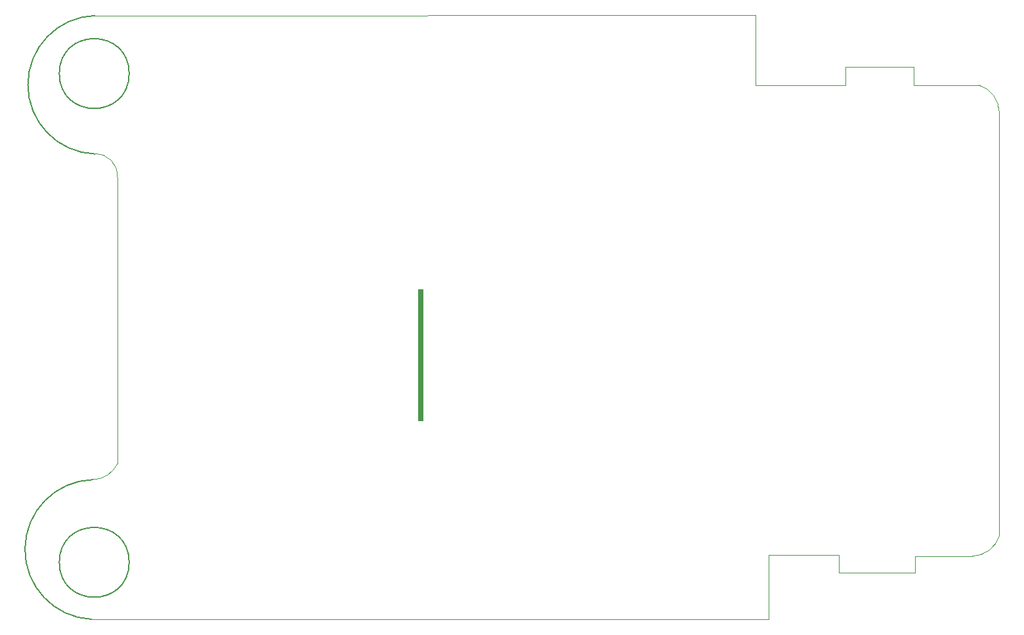
<source format=gbr>
%TF.GenerationSoftware,KiCad,Pcbnew,(6.0.5)*%
%TF.CreationDate,2022-09-05T15:54:14+03:00*%
%TF.ProjectId,KartliGecis_v1,4b617274-6c69-4476-9563-69735f76312e,v1.0*%
%TF.SameCoordinates,Original*%
%TF.FileFunction,Profile,NP*%
%FSLAX46Y46*%
G04 Gerber Fmt 4.6, Leading zero omitted, Abs format (unit mm)*
G04 Created by KiCad (PCBNEW (6.0.5)) date 2022-09-05 15:54:14*
%MOMM*%
%LPD*%
G01*
G04 APERTURE LIST*
%TA.AperFunction,Profile*%
%ADD10C,0.150000*%
%TD*%
%TA.AperFunction,Profile*%
%ADD11C,0.050000*%
%TD*%
%TA.AperFunction,Profile*%
%ADD12C,0.120000*%
%TD*%
G04 APERTURE END LIST*
D10*
X50673000Y-102362000D02*
G75*
G03*
X50495614Y-120387432I259806J-9016146D01*
G01*
X55358280Y-49950120D02*
G75*
G03*
X55358280Y-49950120I-4507480J0D01*
G01*
X50901600Y-42468807D02*
G75*
G03*
X50927000Y-60325000I324480J-8927653D01*
G01*
D11*
X50901600Y-42468800D02*
X136144000Y-42418000D01*
X50495614Y-120387432D02*
X117754400Y-120396000D01*
X137820400Y-112115600D02*
X137820400Y-120396000D01*
X137820400Y-112115600D02*
X146913600Y-112115600D01*
X146913600Y-114350800D02*
X156718000Y-114338100D01*
X146913600Y-114350800D02*
X146913600Y-112115600D01*
X156718000Y-114338100D02*
X156718000Y-112229900D01*
X53822600Y-100330000D02*
X53822600Y-63322200D01*
X53822550Y-63322196D02*
G75*
G03*
X50927000Y-60325000I-2753250J237396D01*
G01*
X156718000Y-112229900D02*
X164096385Y-112240447D01*
X147777200Y-49123600D02*
X156514800Y-49123600D01*
X167589186Y-54953215D02*
G75*
G03*
X164975153Y-51460400I-3708386J-50785D01*
G01*
X167589200Y-54953215D02*
X167589200Y-109628553D01*
X164096384Y-112240402D02*
G75*
G03*
X167589200Y-109628553I-50784J3709302D01*
G01*
X136144000Y-51460400D02*
X136144000Y-42418000D01*
D10*
X55358280Y-113030000D02*
G75*
G03*
X55358280Y-113030000I-4507480J0D01*
G01*
D11*
X156514800Y-49123600D02*
X156514800Y-51460400D01*
D12*
X93192600Y-94716600D02*
X92633800Y-94716600D01*
X92633800Y-94716600D02*
X92633800Y-77800200D01*
X92633800Y-77800200D02*
X93192600Y-77800200D01*
X93192600Y-77800200D02*
X93192600Y-94716600D01*
G36*
X93192600Y-94716600D02*
G01*
X92633800Y-94716600D01*
X92633800Y-77800200D01*
X93192600Y-77800200D01*
X93192600Y-94716600D01*
G37*
D11*
X117754400Y-120396000D02*
X137820400Y-120396000D01*
X147777200Y-51460400D02*
X147777200Y-49123600D01*
X156514800Y-51460400D02*
X164975153Y-51460400D01*
X136144000Y-51460400D02*
X147777200Y-51460400D01*
X50673000Y-102362009D02*
G75*
G03*
X53822600Y-100330000I-58500J3547609D01*
G01*
X156514800Y-51460400D02*
X156514800Y-51460400D01*
M02*

</source>
